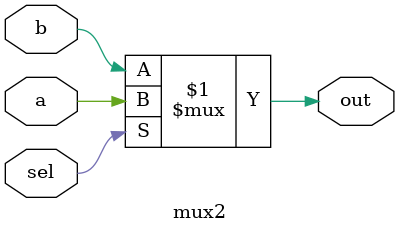
<source format=v>
module mux2(
    a,
    b,
    sel,
    out
  );
  
  input a;
  input b;
  input sel;
  output out;

  assign out = sel?a:b;
endmodule

</source>
